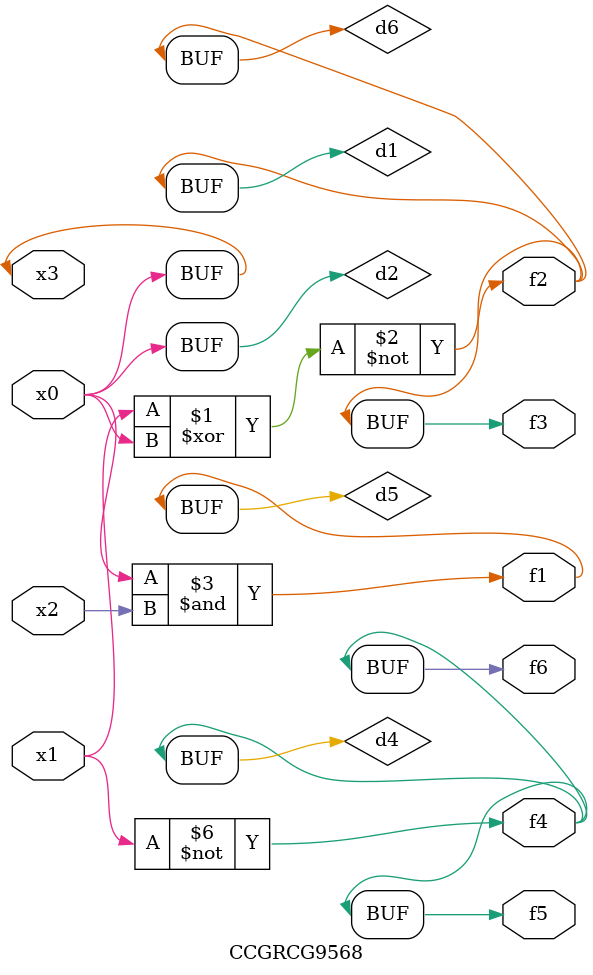
<source format=v>
module CCGRCG9568(
	input x0, x1, x2, x3,
	output f1, f2, f3, f4, f5, f6
);

	wire d1, d2, d3, d4, d5, d6;

	xnor (d1, x1, x3);
	buf (d2, x0, x3);
	nand (d3, x0, x2);
	not (d4, x1);
	nand (d5, d3);
	or (d6, d1);
	assign f1 = d5;
	assign f2 = d6;
	assign f3 = d6;
	assign f4 = d4;
	assign f5 = d4;
	assign f6 = d4;
endmodule

</source>
